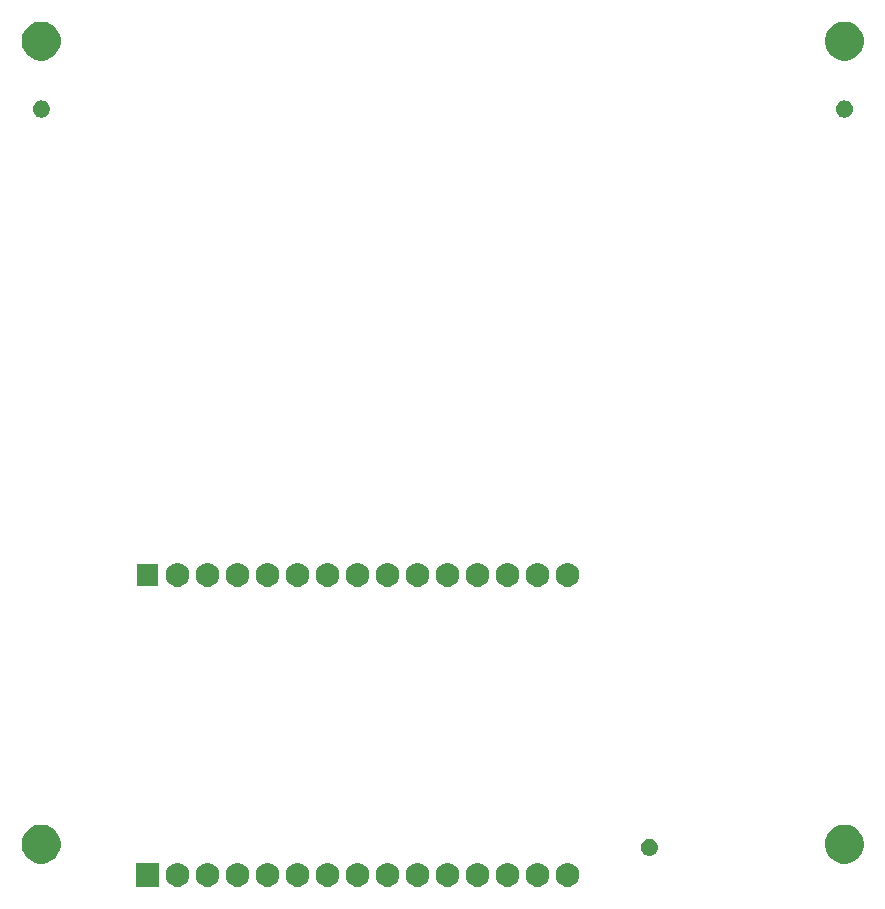
<source format=gbs>
G04 #@! TF.GenerationSoftware,KiCad,Pcbnew,(5.1.6)-1*
G04 #@! TF.CreationDate,2022-02-06T18:42:46-08:00*
G04 #@! TF.ProjectId,MFRC522 PCB ESP32,4d465243-3532-4322-9050-434220455350,rev?*
G04 #@! TF.SameCoordinates,Original*
G04 #@! TF.FileFunction,Soldermask,Bot*
G04 #@! TF.FilePolarity,Negative*
%FSLAX46Y46*%
G04 Gerber Fmt 4.6, Leading zero omitted, Abs format (unit mm)*
G04 Created by KiCad (PCBNEW (5.1.6)-1) date 2022-02-06 18:42:46*
%MOMM*%
%LPD*%
G01*
G04 APERTURE LIST*
%ADD10C,0.100000*%
G04 APERTURE END LIST*
D10*
G36*
X193001000Y-122601000D02*
G01*
X190999000Y-122601000D01*
X190999000Y-120599000D01*
X193001000Y-120599000D01*
X193001000Y-122601000D01*
G37*
G36*
X225215285Y-120618234D02*
G01*
X225311981Y-120637468D01*
X225494151Y-120712926D01*
X225658100Y-120822473D01*
X225797527Y-120961900D01*
X225907074Y-121125849D01*
X225982532Y-121308019D01*
X226021000Y-121501410D01*
X226021000Y-121698590D01*
X225982532Y-121891981D01*
X225907074Y-122074151D01*
X225797527Y-122238100D01*
X225658100Y-122377527D01*
X225494151Y-122487074D01*
X225311981Y-122562532D01*
X225215285Y-122581766D01*
X225118591Y-122601000D01*
X224921409Y-122601000D01*
X224824715Y-122581766D01*
X224728019Y-122562532D01*
X224545849Y-122487074D01*
X224381900Y-122377527D01*
X224242473Y-122238100D01*
X224132926Y-122074151D01*
X224057468Y-121891981D01*
X224019000Y-121698590D01*
X224019000Y-121501410D01*
X224057468Y-121308019D01*
X224132926Y-121125849D01*
X224242473Y-120961900D01*
X224381900Y-120822473D01*
X224545849Y-120712926D01*
X224728019Y-120637468D01*
X224824715Y-120618234D01*
X224921409Y-120599000D01*
X225118591Y-120599000D01*
X225215285Y-120618234D01*
G37*
G36*
X227755285Y-120618234D02*
G01*
X227851981Y-120637468D01*
X228034151Y-120712926D01*
X228198100Y-120822473D01*
X228337527Y-120961900D01*
X228447074Y-121125849D01*
X228522532Y-121308019D01*
X228561000Y-121501410D01*
X228561000Y-121698590D01*
X228522532Y-121891981D01*
X228447074Y-122074151D01*
X228337527Y-122238100D01*
X228198100Y-122377527D01*
X228034151Y-122487074D01*
X227851981Y-122562532D01*
X227755285Y-122581766D01*
X227658591Y-122601000D01*
X227461409Y-122601000D01*
X227364715Y-122581766D01*
X227268019Y-122562532D01*
X227085849Y-122487074D01*
X226921900Y-122377527D01*
X226782473Y-122238100D01*
X226672926Y-122074151D01*
X226597468Y-121891981D01*
X226559000Y-121698590D01*
X226559000Y-121501410D01*
X226597468Y-121308019D01*
X226672926Y-121125849D01*
X226782473Y-120961900D01*
X226921900Y-120822473D01*
X227085849Y-120712926D01*
X227268019Y-120637468D01*
X227364715Y-120618234D01*
X227461409Y-120599000D01*
X227658591Y-120599000D01*
X227755285Y-120618234D01*
G37*
G36*
X222675285Y-120618234D02*
G01*
X222771981Y-120637468D01*
X222954151Y-120712926D01*
X223118100Y-120822473D01*
X223257527Y-120961900D01*
X223367074Y-121125849D01*
X223442532Y-121308019D01*
X223481000Y-121501410D01*
X223481000Y-121698590D01*
X223442532Y-121891981D01*
X223367074Y-122074151D01*
X223257527Y-122238100D01*
X223118100Y-122377527D01*
X222954151Y-122487074D01*
X222771981Y-122562532D01*
X222675285Y-122581766D01*
X222578591Y-122601000D01*
X222381409Y-122601000D01*
X222284715Y-122581766D01*
X222188019Y-122562532D01*
X222005849Y-122487074D01*
X221841900Y-122377527D01*
X221702473Y-122238100D01*
X221592926Y-122074151D01*
X221517468Y-121891981D01*
X221479000Y-121698590D01*
X221479000Y-121501410D01*
X221517468Y-121308019D01*
X221592926Y-121125849D01*
X221702473Y-120961900D01*
X221841900Y-120822473D01*
X222005849Y-120712926D01*
X222188019Y-120637468D01*
X222284715Y-120618234D01*
X222381409Y-120599000D01*
X222578591Y-120599000D01*
X222675285Y-120618234D01*
G37*
G36*
X220135285Y-120618234D02*
G01*
X220231981Y-120637468D01*
X220414151Y-120712926D01*
X220578100Y-120822473D01*
X220717527Y-120961900D01*
X220827074Y-121125849D01*
X220902532Y-121308019D01*
X220941000Y-121501410D01*
X220941000Y-121698590D01*
X220902532Y-121891981D01*
X220827074Y-122074151D01*
X220717527Y-122238100D01*
X220578100Y-122377527D01*
X220414151Y-122487074D01*
X220231981Y-122562532D01*
X220135285Y-122581766D01*
X220038591Y-122601000D01*
X219841409Y-122601000D01*
X219744715Y-122581766D01*
X219648019Y-122562532D01*
X219465849Y-122487074D01*
X219301900Y-122377527D01*
X219162473Y-122238100D01*
X219052926Y-122074151D01*
X218977468Y-121891981D01*
X218939000Y-121698590D01*
X218939000Y-121501410D01*
X218977468Y-121308019D01*
X219052926Y-121125849D01*
X219162473Y-120961900D01*
X219301900Y-120822473D01*
X219465849Y-120712926D01*
X219648019Y-120637468D01*
X219744715Y-120618234D01*
X219841409Y-120599000D01*
X220038591Y-120599000D01*
X220135285Y-120618234D01*
G37*
G36*
X217595285Y-120618234D02*
G01*
X217691981Y-120637468D01*
X217874151Y-120712926D01*
X218038100Y-120822473D01*
X218177527Y-120961900D01*
X218287074Y-121125849D01*
X218362532Y-121308019D01*
X218401000Y-121501410D01*
X218401000Y-121698590D01*
X218362532Y-121891981D01*
X218287074Y-122074151D01*
X218177527Y-122238100D01*
X218038100Y-122377527D01*
X217874151Y-122487074D01*
X217691981Y-122562532D01*
X217595285Y-122581766D01*
X217498591Y-122601000D01*
X217301409Y-122601000D01*
X217204715Y-122581766D01*
X217108019Y-122562532D01*
X216925849Y-122487074D01*
X216761900Y-122377527D01*
X216622473Y-122238100D01*
X216512926Y-122074151D01*
X216437468Y-121891981D01*
X216399000Y-121698590D01*
X216399000Y-121501410D01*
X216437468Y-121308019D01*
X216512926Y-121125849D01*
X216622473Y-120961900D01*
X216761900Y-120822473D01*
X216925849Y-120712926D01*
X217108019Y-120637468D01*
X217204715Y-120618234D01*
X217301409Y-120599000D01*
X217498591Y-120599000D01*
X217595285Y-120618234D01*
G37*
G36*
X215055285Y-120618234D02*
G01*
X215151981Y-120637468D01*
X215334151Y-120712926D01*
X215498100Y-120822473D01*
X215637527Y-120961900D01*
X215747074Y-121125849D01*
X215822532Y-121308019D01*
X215861000Y-121501410D01*
X215861000Y-121698590D01*
X215822532Y-121891981D01*
X215747074Y-122074151D01*
X215637527Y-122238100D01*
X215498100Y-122377527D01*
X215334151Y-122487074D01*
X215151981Y-122562532D01*
X215055285Y-122581766D01*
X214958591Y-122601000D01*
X214761409Y-122601000D01*
X214664715Y-122581766D01*
X214568019Y-122562532D01*
X214385849Y-122487074D01*
X214221900Y-122377527D01*
X214082473Y-122238100D01*
X213972926Y-122074151D01*
X213897468Y-121891981D01*
X213859000Y-121698590D01*
X213859000Y-121501410D01*
X213897468Y-121308019D01*
X213972926Y-121125849D01*
X214082473Y-120961900D01*
X214221900Y-120822473D01*
X214385849Y-120712926D01*
X214568019Y-120637468D01*
X214664715Y-120618234D01*
X214761409Y-120599000D01*
X214958591Y-120599000D01*
X215055285Y-120618234D01*
G37*
G36*
X212515285Y-120618234D02*
G01*
X212611981Y-120637468D01*
X212794151Y-120712926D01*
X212958100Y-120822473D01*
X213097527Y-120961900D01*
X213207074Y-121125849D01*
X213282532Y-121308019D01*
X213321000Y-121501410D01*
X213321000Y-121698590D01*
X213282532Y-121891981D01*
X213207074Y-122074151D01*
X213097527Y-122238100D01*
X212958100Y-122377527D01*
X212794151Y-122487074D01*
X212611981Y-122562532D01*
X212515285Y-122581766D01*
X212418591Y-122601000D01*
X212221409Y-122601000D01*
X212124715Y-122581766D01*
X212028019Y-122562532D01*
X211845849Y-122487074D01*
X211681900Y-122377527D01*
X211542473Y-122238100D01*
X211432926Y-122074151D01*
X211357468Y-121891981D01*
X211319000Y-121698590D01*
X211319000Y-121501410D01*
X211357468Y-121308019D01*
X211432926Y-121125849D01*
X211542473Y-120961900D01*
X211681900Y-120822473D01*
X211845849Y-120712926D01*
X212028019Y-120637468D01*
X212124715Y-120618234D01*
X212221409Y-120599000D01*
X212418591Y-120599000D01*
X212515285Y-120618234D01*
G37*
G36*
X207435285Y-120618234D02*
G01*
X207531981Y-120637468D01*
X207714151Y-120712926D01*
X207878100Y-120822473D01*
X208017527Y-120961900D01*
X208127074Y-121125849D01*
X208202532Y-121308019D01*
X208241000Y-121501410D01*
X208241000Y-121698590D01*
X208202532Y-121891981D01*
X208127074Y-122074151D01*
X208017527Y-122238100D01*
X207878100Y-122377527D01*
X207714151Y-122487074D01*
X207531981Y-122562532D01*
X207435285Y-122581766D01*
X207338591Y-122601000D01*
X207141409Y-122601000D01*
X207044715Y-122581766D01*
X206948019Y-122562532D01*
X206765849Y-122487074D01*
X206601900Y-122377527D01*
X206462473Y-122238100D01*
X206352926Y-122074151D01*
X206277468Y-121891981D01*
X206239000Y-121698590D01*
X206239000Y-121501410D01*
X206277468Y-121308019D01*
X206352926Y-121125849D01*
X206462473Y-120961900D01*
X206601900Y-120822473D01*
X206765849Y-120712926D01*
X206948019Y-120637468D01*
X207044715Y-120618234D01*
X207141409Y-120599000D01*
X207338591Y-120599000D01*
X207435285Y-120618234D01*
G37*
G36*
X204895285Y-120618234D02*
G01*
X204991981Y-120637468D01*
X205174151Y-120712926D01*
X205338100Y-120822473D01*
X205477527Y-120961900D01*
X205587074Y-121125849D01*
X205662532Y-121308019D01*
X205701000Y-121501410D01*
X205701000Y-121698590D01*
X205662532Y-121891981D01*
X205587074Y-122074151D01*
X205477527Y-122238100D01*
X205338100Y-122377527D01*
X205174151Y-122487074D01*
X204991981Y-122562532D01*
X204895285Y-122581766D01*
X204798591Y-122601000D01*
X204601409Y-122601000D01*
X204504715Y-122581766D01*
X204408019Y-122562532D01*
X204225849Y-122487074D01*
X204061900Y-122377527D01*
X203922473Y-122238100D01*
X203812926Y-122074151D01*
X203737468Y-121891981D01*
X203699000Y-121698590D01*
X203699000Y-121501410D01*
X203737468Y-121308019D01*
X203812926Y-121125849D01*
X203922473Y-120961900D01*
X204061900Y-120822473D01*
X204225849Y-120712926D01*
X204408019Y-120637468D01*
X204504715Y-120618234D01*
X204601409Y-120599000D01*
X204798591Y-120599000D01*
X204895285Y-120618234D01*
G37*
G36*
X202355285Y-120618234D02*
G01*
X202451981Y-120637468D01*
X202634151Y-120712926D01*
X202798100Y-120822473D01*
X202937527Y-120961900D01*
X203047074Y-121125849D01*
X203122532Y-121308019D01*
X203161000Y-121501410D01*
X203161000Y-121698590D01*
X203122532Y-121891981D01*
X203047074Y-122074151D01*
X202937527Y-122238100D01*
X202798100Y-122377527D01*
X202634151Y-122487074D01*
X202451981Y-122562532D01*
X202355285Y-122581766D01*
X202258591Y-122601000D01*
X202061409Y-122601000D01*
X201964715Y-122581766D01*
X201868019Y-122562532D01*
X201685849Y-122487074D01*
X201521900Y-122377527D01*
X201382473Y-122238100D01*
X201272926Y-122074151D01*
X201197468Y-121891981D01*
X201159000Y-121698590D01*
X201159000Y-121501410D01*
X201197468Y-121308019D01*
X201272926Y-121125849D01*
X201382473Y-120961900D01*
X201521900Y-120822473D01*
X201685849Y-120712926D01*
X201868019Y-120637468D01*
X201964715Y-120618234D01*
X202061409Y-120599000D01*
X202258591Y-120599000D01*
X202355285Y-120618234D01*
G37*
G36*
X199815285Y-120618234D02*
G01*
X199911981Y-120637468D01*
X200094151Y-120712926D01*
X200258100Y-120822473D01*
X200397527Y-120961900D01*
X200507074Y-121125849D01*
X200582532Y-121308019D01*
X200621000Y-121501410D01*
X200621000Y-121698590D01*
X200582532Y-121891981D01*
X200507074Y-122074151D01*
X200397527Y-122238100D01*
X200258100Y-122377527D01*
X200094151Y-122487074D01*
X199911981Y-122562532D01*
X199815285Y-122581766D01*
X199718591Y-122601000D01*
X199521409Y-122601000D01*
X199424715Y-122581766D01*
X199328019Y-122562532D01*
X199145849Y-122487074D01*
X198981900Y-122377527D01*
X198842473Y-122238100D01*
X198732926Y-122074151D01*
X198657468Y-121891981D01*
X198619000Y-121698590D01*
X198619000Y-121501410D01*
X198657468Y-121308019D01*
X198732926Y-121125849D01*
X198842473Y-120961900D01*
X198981900Y-120822473D01*
X199145849Y-120712926D01*
X199328019Y-120637468D01*
X199424715Y-120618234D01*
X199521409Y-120599000D01*
X199718591Y-120599000D01*
X199815285Y-120618234D01*
G37*
G36*
X197275285Y-120618234D02*
G01*
X197371981Y-120637468D01*
X197554151Y-120712926D01*
X197718100Y-120822473D01*
X197857527Y-120961900D01*
X197967074Y-121125849D01*
X198042532Y-121308019D01*
X198081000Y-121501410D01*
X198081000Y-121698590D01*
X198042532Y-121891981D01*
X197967074Y-122074151D01*
X197857527Y-122238100D01*
X197718100Y-122377527D01*
X197554151Y-122487074D01*
X197371981Y-122562532D01*
X197275285Y-122581766D01*
X197178591Y-122601000D01*
X196981409Y-122601000D01*
X196884715Y-122581766D01*
X196788019Y-122562532D01*
X196605849Y-122487074D01*
X196441900Y-122377527D01*
X196302473Y-122238100D01*
X196192926Y-122074151D01*
X196117468Y-121891981D01*
X196079000Y-121698590D01*
X196079000Y-121501410D01*
X196117468Y-121308019D01*
X196192926Y-121125849D01*
X196302473Y-120961900D01*
X196441900Y-120822473D01*
X196605849Y-120712926D01*
X196788019Y-120637468D01*
X196884715Y-120618234D01*
X196981409Y-120599000D01*
X197178591Y-120599000D01*
X197275285Y-120618234D01*
G37*
G36*
X194735285Y-120618234D02*
G01*
X194831981Y-120637468D01*
X195014151Y-120712926D01*
X195178100Y-120822473D01*
X195317527Y-120961900D01*
X195427074Y-121125849D01*
X195502532Y-121308019D01*
X195541000Y-121501410D01*
X195541000Y-121698590D01*
X195502532Y-121891981D01*
X195427074Y-122074151D01*
X195317527Y-122238100D01*
X195178100Y-122377527D01*
X195014151Y-122487074D01*
X194831981Y-122562532D01*
X194735285Y-122581766D01*
X194638591Y-122601000D01*
X194441409Y-122601000D01*
X194344715Y-122581766D01*
X194248019Y-122562532D01*
X194065849Y-122487074D01*
X193901900Y-122377527D01*
X193762473Y-122238100D01*
X193652926Y-122074151D01*
X193577468Y-121891981D01*
X193539000Y-121698590D01*
X193539000Y-121501410D01*
X193577468Y-121308019D01*
X193652926Y-121125849D01*
X193762473Y-120961900D01*
X193901900Y-120822473D01*
X194065849Y-120712926D01*
X194248019Y-120637468D01*
X194344715Y-120618234D01*
X194441409Y-120599000D01*
X194638591Y-120599000D01*
X194735285Y-120618234D01*
G37*
G36*
X209975285Y-120618234D02*
G01*
X210071981Y-120637468D01*
X210254151Y-120712926D01*
X210418100Y-120822473D01*
X210557527Y-120961900D01*
X210667074Y-121125849D01*
X210742532Y-121308019D01*
X210781000Y-121501410D01*
X210781000Y-121698590D01*
X210742532Y-121891981D01*
X210667074Y-122074151D01*
X210557527Y-122238100D01*
X210418100Y-122377527D01*
X210254151Y-122487074D01*
X210071981Y-122562532D01*
X209975285Y-122581766D01*
X209878591Y-122601000D01*
X209681409Y-122601000D01*
X209584715Y-122581766D01*
X209488019Y-122562532D01*
X209305849Y-122487074D01*
X209141900Y-122377527D01*
X209002473Y-122238100D01*
X208892926Y-122074151D01*
X208817468Y-121891981D01*
X208779000Y-121698590D01*
X208779000Y-121501410D01*
X208817468Y-121308019D01*
X208892926Y-121125849D01*
X209002473Y-120961900D01*
X209141900Y-120822473D01*
X209305849Y-120712926D01*
X209488019Y-120637468D01*
X209584715Y-120618234D01*
X209681409Y-120599000D01*
X209878591Y-120599000D01*
X209975285Y-120618234D01*
G37*
G36*
X183375256Y-117391298D02*
G01*
X183481579Y-117412447D01*
X183782042Y-117536903D01*
X184052451Y-117717585D01*
X184282415Y-117947549D01*
X184463097Y-118217958D01*
X184587553Y-118518421D01*
X184594595Y-118553823D01*
X184641271Y-118788477D01*
X184651000Y-118837391D01*
X184651000Y-119162609D01*
X184587553Y-119481579D01*
X184463097Y-119782042D01*
X184282415Y-120052451D01*
X184052451Y-120282415D01*
X183782042Y-120463097D01*
X183481579Y-120587553D01*
X183424031Y-120599000D01*
X183162611Y-120651000D01*
X182837389Y-120651000D01*
X182575969Y-120599000D01*
X182518421Y-120587553D01*
X182217958Y-120463097D01*
X181947549Y-120282415D01*
X181717585Y-120052451D01*
X181536903Y-119782042D01*
X181412447Y-119481579D01*
X181349000Y-119162609D01*
X181349000Y-118837391D01*
X181358730Y-118788477D01*
X181405405Y-118553823D01*
X181412447Y-118518421D01*
X181536903Y-118217958D01*
X181717585Y-117947549D01*
X181947549Y-117717585D01*
X182217958Y-117536903D01*
X182518421Y-117412447D01*
X182624744Y-117391298D01*
X182837389Y-117349000D01*
X183162611Y-117349000D01*
X183375256Y-117391298D01*
G37*
G36*
X251375256Y-117391298D02*
G01*
X251481579Y-117412447D01*
X251782042Y-117536903D01*
X252052451Y-117717585D01*
X252282415Y-117947549D01*
X252463097Y-118217958D01*
X252587553Y-118518421D01*
X252594595Y-118553823D01*
X252641271Y-118788477D01*
X252651000Y-118837391D01*
X252651000Y-119162609D01*
X252587553Y-119481579D01*
X252463097Y-119782042D01*
X252282415Y-120052451D01*
X252052451Y-120282415D01*
X251782042Y-120463097D01*
X251481579Y-120587553D01*
X251424031Y-120599000D01*
X251162611Y-120651000D01*
X250837389Y-120651000D01*
X250575969Y-120599000D01*
X250518421Y-120587553D01*
X250217958Y-120463097D01*
X249947549Y-120282415D01*
X249717585Y-120052451D01*
X249536903Y-119782042D01*
X249412447Y-119481579D01*
X249349000Y-119162609D01*
X249349000Y-118837391D01*
X249358730Y-118788477D01*
X249405405Y-118553823D01*
X249412447Y-118518421D01*
X249536903Y-118217958D01*
X249717585Y-117947549D01*
X249947549Y-117717585D01*
X250217958Y-117536903D01*
X250518421Y-117412447D01*
X250624744Y-117391298D01*
X250837389Y-117349000D01*
X251162611Y-117349000D01*
X251375256Y-117391298D01*
G37*
G36*
X234641246Y-118539912D02*
G01*
X234711183Y-118553823D01*
X234765759Y-118576429D01*
X234842942Y-118608399D01*
X234961522Y-118687632D01*
X235062368Y-118788478D01*
X235141601Y-118907058D01*
X235173571Y-118984241D01*
X235196177Y-119038817D01*
X235224000Y-119178692D01*
X235224000Y-119321308D01*
X235196177Y-119461183D01*
X235173571Y-119515759D01*
X235141601Y-119592942D01*
X235062368Y-119711522D01*
X234961522Y-119812368D01*
X234842942Y-119891601D01*
X234765759Y-119923571D01*
X234711183Y-119946177D01*
X234641245Y-119960089D01*
X234571309Y-119974000D01*
X234428691Y-119974000D01*
X234358755Y-119960089D01*
X234288817Y-119946177D01*
X234234241Y-119923571D01*
X234157058Y-119891601D01*
X234038478Y-119812368D01*
X233937632Y-119711522D01*
X233858399Y-119592942D01*
X233826429Y-119515759D01*
X233803823Y-119461183D01*
X233776000Y-119321308D01*
X233776000Y-119178692D01*
X233803823Y-119038817D01*
X233826429Y-118984241D01*
X233858399Y-118907058D01*
X233937632Y-118788478D01*
X234038478Y-118687632D01*
X234157058Y-118608399D01*
X234234241Y-118576429D01*
X234288817Y-118553823D01*
X234358754Y-118539912D01*
X234428691Y-118526000D01*
X234571309Y-118526000D01*
X234641246Y-118539912D01*
G37*
G36*
X222771981Y-95237468D02*
G01*
X222954151Y-95312926D01*
X223118100Y-95422473D01*
X223257527Y-95561900D01*
X223367074Y-95725849D01*
X223442532Y-95908019D01*
X223481000Y-96101410D01*
X223481000Y-96298590D01*
X223442532Y-96491981D01*
X223367074Y-96674151D01*
X223257527Y-96838100D01*
X223118100Y-96977527D01*
X222954151Y-97087074D01*
X222771981Y-97162532D01*
X222675285Y-97181766D01*
X222578591Y-97201000D01*
X222381409Y-97201000D01*
X222284715Y-97181766D01*
X222188019Y-97162532D01*
X222005849Y-97087074D01*
X221841900Y-96977527D01*
X221702473Y-96838100D01*
X221592926Y-96674151D01*
X221517468Y-96491981D01*
X221479000Y-96298590D01*
X221479000Y-96101410D01*
X221517468Y-95908019D01*
X221592926Y-95725849D01*
X221702473Y-95561900D01*
X221841900Y-95422473D01*
X222005849Y-95312926D01*
X222188019Y-95237468D01*
X222381409Y-95199000D01*
X222578591Y-95199000D01*
X222771981Y-95237468D01*
G37*
G36*
X220231981Y-95237468D02*
G01*
X220414151Y-95312926D01*
X220578100Y-95422473D01*
X220717527Y-95561900D01*
X220827074Y-95725849D01*
X220902532Y-95908019D01*
X220941000Y-96101410D01*
X220941000Y-96298590D01*
X220902532Y-96491981D01*
X220827074Y-96674151D01*
X220717527Y-96838100D01*
X220578100Y-96977527D01*
X220414151Y-97087074D01*
X220231981Y-97162532D01*
X220135285Y-97181766D01*
X220038591Y-97201000D01*
X219841409Y-97201000D01*
X219744715Y-97181766D01*
X219648019Y-97162532D01*
X219465849Y-97087074D01*
X219301900Y-96977527D01*
X219162473Y-96838100D01*
X219052926Y-96674151D01*
X218977468Y-96491981D01*
X218939000Y-96298590D01*
X218939000Y-96101410D01*
X218977468Y-95908019D01*
X219052926Y-95725849D01*
X219162473Y-95561900D01*
X219301900Y-95422473D01*
X219465849Y-95312926D01*
X219648019Y-95237468D01*
X219841409Y-95199000D01*
X220038591Y-95199000D01*
X220231981Y-95237468D01*
G37*
G36*
X217691981Y-95237468D02*
G01*
X217874151Y-95312926D01*
X218038100Y-95422473D01*
X218177527Y-95561900D01*
X218287074Y-95725849D01*
X218362532Y-95908019D01*
X218401000Y-96101410D01*
X218401000Y-96298590D01*
X218362532Y-96491981D01*
X218287074Y-96674151D01*
X218177527Y-96838100D01*
X218038100Y-96977527D01*
X217874151Y-97087074D01*
X217691981Y-97162532D01*
X217595285Y-97181766D01*
X217498591Y-97201000D01*
X217301409Y-97201000D01*
X217204715Y-97181766D01*
X217108019Y-97162532D01*
X216925849Y-97087074D01*
X216761900Y-96977527D01*
X216622473Y-96838100D01*
X216512926Y-96674151D01*
X216437468Y-96491981D01*
X216399000Y-96298590D01*
X216399000Y-96101410D01*
X216437468Y-95908019D01*
X216512926Y-95725849D01*
X216622473Y-95561900D01*
X216761900Y-95422473D01*
X216925849Y-95312926D01*
X217108019Y-95237468D01*
X217301409Y-95199000D01*
X217498591Y-95199000D01*
X217691981Y-95237468D01*
G37*
G36*
X215151981Y-95237468D02*
G01*
X215334151Y-95312926D01*
X215498100Y-95422473D01*
X215637527Y-95561900D01*
X215747074Y-95725849D01*
X215822532Y-95908019D01*
X215861000Y-96101410D01*
X215861000Y-96298590D01*
X215822532Y-96491981D01*
X215747074Y-96674151D01*
X215637527Y-96838100D01*
X215498100Y-96977527D01*
X215334151Y-97087074D01*
X215151981Y-97162532D01*
X215055285Y-97181766D01*
X214958591Y-97201000D01*
X214761409Y-97201000D01*
X214664715Y-97181766D01*
X214568019Y-97162532D01*
X214385849Y-97087074D01*
X214221900Y-96977527D01*
X214082473Y-96838100D01*
X213972926Y-96674151D01*
X213897468Y-96491981D01*
X213859000Y-96298590D01*
X213859000Y-96101410D01*
X213897468Y-95908019D01*
X213972926Y-95725849D01*
X214082473Y-95561900D01*
X214221900Y-95422473D01*
X214385849Y-95312926D01*
X214568019Y-95237468D01*
X214761409Y-95199000D01*
X214958591Y-95199000D01*
X215151981Y-95237468D01*
G37*
G36*
X212611981Y-95237468D02*
G01*
X212794151Y-95312926D01*
X212958100Y-95422473D01*
X213097527Y-95561900D01*
X213207074Y-95725849D01*
X213282532Y-95908019D01*
X213321000Y-96101410D01*
X213321000Y-96298590D01*
X213282532Y-96491981D01*
X213207074Y-96674151D01*
X213097527Y-96838100D01*
X212958100Y-96977527D01*
X212794151Y-97087074D01*
X212611981Y-97162532D01*
X212515285Y-97181766D01*
X212418591Y-97201000D01*
X212221409Y-97201000D01*
X212124715Y-97181766D01*
X212028019Y-97162532D01*
X211845849Y-97087074D01*
X211681900Y-96977527D01*
X211542473Y-96838100D01*
X211432926Y-96674151D01*
X211357468Y-96491981D01*
X211319000Y-96298590D01*
X211319000Y-96101410D01*
X211357468Y-95908019D01*
X211432926Y-95725849D01*
X211542473Y-95561900D01*
X211681900Y-95422473D01*
X211845849Y-95312926D01*
X212028019Y-95237468D01*
X212221409Y-95199000D01*
X212418591Y-95199000D01*
X212611981Y-95237468D01*
G37*
G36*
X210071981Y-95237468D02*
G01*
X210254151Y-95312926D01*
X210418100Y-95422473D01*
X210557527Y-95561900D01*
X210667074Y-95725849D01*
X210742532Y-95908019D01*
X210781000Y-96101410D01*
X210781000Y-96298590D01*
X210742532Y-96491981D01*
X210667074Y-96674151D01*
X210557527Y-96838100D01*
X210418100Y-96977527D01*
X210254151Y-97087074D01*
X210071981Y-97162532D01*
X209975285Y-97181766D01*
X209878591Y-97201000D01*
X209681409Y-97201000D01*
X209584715Y-97181766D01*
X209488019Y-97162532D01*
X209305849Y-97087074D01*
X209141900Y-96977527D01*
X209002473Y-96838100D01*
X208892926Y-96674151D01*
X208817468Y-96491981D01*
X208779000Y-96298590D01*
X208779000Y-96101410D01*
X208817468Y-95908019D01*
X208892926Y-95725849D01*
X209002473Y-95561900D01*
X209141900Y-95422473D01*
X209305849Y-95312926D01*
X209488019Y-95237468D01*
X209681409Y-95199000D01*
X209878591Y-95199000D01*
X210071981Y-95237468D01*
G37*
G36*
X207531981Y-95237468D02*
G01*
X207714151Y-95312926D01*
X207878100Y-95422473D01*
X208017527Y-95561900D01*
X208127074Y-95725849D01*
X208202532Y-95908019D01*
X208241000Y-96101410D01*
X208241000Y-96298590D01*
X208202532Y-96491981D01*
X208127074Y-96674151D01*
X208017527Y-96838100D01*
X207878100Y-96977527D01*
X207714151Y-97087074D01*
X207531981Y-97162532D01*
X207435285Y-97181766D01*
X207338591Y-97201000D01*
X207141409Y-97201000D01*
X207044715Y-97181766D01*
X206948019Y-97162532D01*
X206765849Y-97087074D01*
X206601900Y-96977527D01*
X206462473Y-96838100D01*
X206352926Y-96674151D01*
X206277468Y-96491981D01*
X206239000Y-96298590D01*
X206239000Y-96101410D01*
X206277468Y-95908019D01*
X206352926Y-95725849D01*
X206462473Y-95561900D01*
X206601900Y-95422473D01*
X206765849Y-95312926D01*
X206948019Y-95237468D01*
X207141409Y-95199000D01*
X207338591Y-95199000D01*
X207531981Y-95237468D01*
G37*
G36*
X204991981Y-95237468D02*
G01*
X205174151Y-95312926D01*
X205338100Y-95422473D01*
X205477527Y-95561900D01*
X205587074Y-95725849D01*
X205662532Y-95908019D01*
X205701000Y-96101410D01*
X205701000Y-96298590D01*
X205662532Y-96491981D01*
X205587074Y-96674151D01*
X205477527Y-96838100D01*
X205338100Y-96977527D01*
X205174151Y-97087074D01*
X204991981Y-97162532D01*
X204895285Y-97181766D01*
X204798591Y-97201000D01*
X204601409Y-97201000D01*
X204504715Y-97181766D01*
X204408019Y-97162532D01*
X204225849Y-97087074D01*
X204061900Y-96977527D01*
X203922473Y-96838100D01*
X203812926Y-96674151D01*
X203737468Y-96491981D01*
X203699000Y-96298590D01*
X203699000Y-96101410D01*
X203737468Y-95908019D01*
X203812926Y-95725849D01*
X203922473Y-95561900D01*
X204061900Y-95422473D01*
X204225849Y-95312926D01*
X204408019Y-95237468D01*
X204601409Y-95199000D01*
X204798591Y-95199000D01*
X204991981Y-95237468D01*
G37*
G36*
X202451981Y-95237468D02*
G01*
X202634151Y-95312926D01*
X202798100Y-95422473D01*
X202937527Y-95561900D01*
X203047074Y-95725849D01*
X203122532Y-95908019D01*
X203161000Y-96101410D01*
X203161000Y-96298590D01*
X203122532Y-96491981D01*
X203047074Y-96674151D01*
X202937527Y-96838100D01*
X202798100Y-96977527D01*
X202634151Y-97087074D01*
X202451981Y-97162532D01*
X202355285Y-97181766D01*
X202258591Y-97201000D01*
X202061409Y-97201000D01*
X201964715Y-97181766D01*
X201868019Y-97162532D01*
X201685849Y-97087074D01*
X201521900Y-96977527D01*
X201382473Y-96838100D01*
X201272926Y-96674151D01*
X201197468Y-96491981D01*
X201159000Y-96298590D01*
X201159000Y-96101410D01*
X201197468Y-95908019D01*
X201272926Y-95725849D01*
X201382473Y-95561900D01*
X201521900Y-95422473D01*
X201685849Y-95312926D01*
X201868019Y-95237468D01*
X202061409Y-95199000D01*
X202258591Y-95199000D01*
X202451981Y-95237468D01*
G37*
G36*
X199911981Y-95237468D02*
G01*
X200094151Y-95312926D01*
X200258100Y-95422473D01*
X200397527Y-95561900D01*
X200507074Y-95725849D01*
X200582532Y-95908019D01*
X200621000Y-96101410D01*
X200621000Y-96298590D01*
X200582532Y-96491981D01*
X200507074Y-96674151D01*
X200397527Y-96838100D01*
X200258100Y-96977527D01*
X200094151Y-97087074D01*
X199911981Y-97162532D01*
X199815285Y-97181766D01*
X199718591Y-97201000D01*
X199521409Y-97201000D01*
X199424715Y-97181766D01*
X199328019Y-97162532D01*
X199145849Y-97087074D01*
X198981900Y-96977527D01*
X198842473Y-96838100D01*
X198732926Y-96674151D01*
X198657468Y-96491981D01*
X198619000Y-96298590D01*
X198619000Y-96101410D01*
X198657468Y-95908019D01*
X198732926Y-95725849D01*
X198842473Y-95561900D01*
X198981900Y-95422473D01*
X199145849Y-95312926D01*
X199328019Y-95237468D01*
X199521409Y-95199000D01*
X199718591Y-95199000D01*
X199911981Y-95237468D01*
G37*
G36*
X197371981Y-95237468D02*
G01*
X197554151Y-95312926D01*
X197718100Y-95422473D01*
X197857527Y-95561900D01*
X197967074Y-95725849D01*
X198042532Y-95908019D01*
X198081000Y-96101410D01*
X198081000Y-96298590D01*
X198042532Y-96491981D01*
X197967074Y-96674151D01*
X197857527Y-96838100D01*
X197718100Y-96977527D01*
X197554151Y-97087074D01*
X197371981Y-97162532D01*
X197275285Y-97181766D01*
X197178591Y-97201000D01*
X196981409Y-97201000D01*
X196884715Y-97181766D01*
X196788019Y-97162532D01*
X196605849Y-97087074D01*
X196441900Y-96977527D01*
X196302473Y-96838100D01*
X196192926Y-96674151D01*
X196117468Y-96491981D01*
X196079000Y-96298590D01*
X196079000Y-96101410D01*
X196117468Y-95908019D01*
X196192926Y-95725849D01*
X196302473Y-95561900D01*
X196441900Y-95422473D01*
X196605849Y-95312926D01*
X196788019Y-95237468D01*
X196981409Y-95199000D01*
X197178591Y-95199000D01*
X197371981Y-95237468D01*
G37*
G36*
X194831981Y-95237468D02*
G01*
X195014151Y-95312926D01*
X195178100Y-95422473D01*
X195317527Y-95561900D01*
X195427074Y-95725849D01*
X195502532Y-95908019D01*
X195541000Y-96101410D01*
X195541000Y-96298590D01*
X195502532Y-96491981D01*
X195427074Y-96674151D01*
X195317527Y-96838100D01*
X195178100Y-96977527D01*
X195014151Y-97087074D01*
X194831981Y-97162532D01*
X194735285Y-97181766D01*
X194638591Y-97201000D01*
X194441409Y-97201000D01*
X194344715Y-97181766D01*
X194248019Y-97162532D01*
X194065849Y-97087074D01*
X193901900Y-96977527D01*
X193762473Y-96838100D01*
X193652926Y-96674151D01*
X193577468Y-96491981D01*
X193539000Y-96298590D01*
X193539000Y-96101410D01*
X193577468Y-95908019D01*
X193652926Y-95725849D01*
X193762473Y-95561900D01*
X193901900Y-95422473D01*
X194065849Y-95312926D01*
X194248019Y-95237468D01*
X194441409Y-95199000D01*
X194638591Y-95199000D01*
X194831981Y-95237468D01*
G37*
G36*
X225311981Y-95237468D02*
G01*
X225494151Y-95312926D01*
X225658100Y-95422473D01*
X225797527Y-95561900D01*
X225907074Y-95725849D01*
X225982532Y-95908019D01*
X226021000Y-96101410D01*
X226021000Y-96298590D01*
X225982532Y-96491981D01*
X225907074Y-96674151D01*
X225797527Y-96838100D01*
X225658100Y-96977527D01*
X225494151Y-97087074D01*
X225311981Y-97162532D01*
X225215285Y-97181766D01*
X225118591Y-97201000D01*
X224921409Y-97201000D01*
X224824715Y-97181766D01*
X224728019Y-97162532D01*
X224545849Y-97087074D01*
X224381900Y-96977527D01*
X224242473Y-96838100D01*
X224132926Y-96674151D01*
X224057468Y-96491981D01*
X224019000Y-96298590D01*
X224019000Y-96101410D01*
X224057468Y-95908019D01*
X224132926Y-95725849D01*
X224242473Y-95561900D01*
X224381900Y-95422473D01*
X224545849Y-95312926D01*
X224728019Y-95237468D01*
X224921409Y-95199000D01*
X225118591Y-95199000D01*
X225311981Y-95237468D01*
G37*
G36*
X227851981Y-95237468D02*
G01*
X228034151Y-95312926D01*
X228198100Y-95422473D01*
X228337527Y-95561900D01*
X228447074Y-95725849D01*
X228522532Y-95908019D01*
X228561000Y-96101410D01*
X228561000Y-96298590D01*
X228522532Y-96491981D01*
X228447074Y-96674151D01*
X228337527Y-96838100D01*
X228198100Y-96977527D01*
X228034151Y-97087074D01*
X227851981Y-97162532D01*
X227755285Y-97181766D01*
X227658591Y-97201000D01*
X227461409Y-97201000D01*
X227364715Y-97181766D01*
X227268019Y-97162532D01*
X227085849Y-97087074D01*
X226921900Y-96977527D01*
X226782473Y-96838100D01*
X226672926Y-96674151D01*
X226597468Y-96491981D01*
X226559000Y-96298590D01*
X226559000Y-96101410D01*
X226597468Y-95908019D01*
X226672926Y-95725849D01*
X226782473Y-95561900D01*
X226921900Y-95422473D01*
X227085849Y-95312926D01*
X227268019Y-95237468D01*
X227461409Y-95199000D01*
X227658591Y-95199000D01*
X227851981Y-95237468D01*
G37*
G36*
X192901000Y-97101000D02*
G01*
X191099000Y-97101000D01*
X191099000Y-95299000D01*
X192901000Y-95299000D01*
X192901000Y-97101000D01*
G37*
G36*
X251141245Y-56039911D02*
G01*
X251211183Y-56053823D01*
X251265759Y-56076429D01*
X251342942Y-56108399D01*
X251461522Y-56187632D01*
X251562368Y-56288478D01*
X251641601Y-56407058D01*
X251696177Y-56538818D01*
X251724000Y-56678691D01*
X251724000Y-56821309D01*
X251696177Y-56961182D01*
X251641601Y-57092942D01*
X251562368Y-57211522D01*
X251461522Y-57312368D01*
X251342942Y-57391601D01*
X251265759Y-57423571D01*
X251211183Y-57446177D01*
X251141245Y-57460089D01*
X251071309Y-57474000D01*
X250928691Y-57474000D01*
X250858755Y-57460089D01*
X250788817Y-57446177D01*
X250734241Y-57423571D01*
X250657058Y-57391601D01*
X250538478Y-57312368D01*
X250437632Y-57211522D01*
X250358399Y-57092942D01*
X250303823Y-56961182D01*
X250276000Y-56821309D01*
X250276000Y-56678691D01*
X250303823Y-56538818D01*
X250358399Y-56407058D01*
X250437632Y-56288478D01*
X250538478Y-56187632D01*
X250657058Y-56108399D01*
X250734241Y-56076429D01*
X250788817Y-56053823D01*
X250858755Y-56039911D01*
X250928691Y-56026000D01*
X251071309Y-56026000D01*
X251141245Y-56039911D01*
G37*
G36*
X183141245Y-56039911D02*
G01*
X183211183Y-56053823D01*
X183265759Y-56076429D01*
X183342942Y-56108399D01*
X183461522Y-56187632D01*
X183562368Y-56288478D01*
X183641601Y-56407058D01*
X183696177Y-56538818D01*
X183724000Y-56678691D01*
X183724000Y-56821309D01*
X183696177Y-56961182D01*
X183641601Y-57092942D01*
X183562368Y-57211522D01*
X183461522Y-57312368D01*
X183342942Y-57391601D01*
X183265759Y-57423571D01*
X183211183Y-57446177D01*
X183141245Y-57460089D01*
X183071309Y-57474000D01*
X182928691Y-57474000D01*
X182858755Y-57460089D01*
X182788817Y-57446177D01*
X182734241Y-57423571D01*
X182657058Y-57391601D01*
X182538478Y-57312368D01*
X182437632Y-57211522D01*
X182358399Y-57092942D01*
X182303823Y-56961182D01*
X182276000Y-56821309D01*
X182276000Y-56678691D01*
X182303823Y-56538818D01*
X182358399Y-56407058D01*
X182437632Y-56288478D01*
X182538478Y-56187632D01*
X182657058Y-56108399D01*
X182734241Y-56076429D01*
X182788817Y-56053823D01*
X182858755Y-56039911D01*
X182928691Y-56026000D01*
X183071309Y-56026000D01*
X183141245Y-56039911D01*
G37*
G36*
X183375256Y-49391298D02*
G01*
X183481579Y-49412447D01*
X183782042Y-49536903D01*
X184052451Y-49717585D01*
X184282415Y-49947549D01*
X184463097Y-50217958D01*
X184587553Y-50518421D01*
X184651000Y-50837391D01*
X184651000Y-51162609D01*
X184587553Y-51481579D01*
X184463097Y-51782042D01*
X184282415Y-52052451D01*
X184052451Y-52282415D01*
X183782042Y-52463097D01*
X183481579Y-52587553D01*
X183375256Y-52608702D01*
X183162611Y-52651000D01*
X182837389Y-52651000D01*
X182624744Y-52608702D01*
X182518421Y-52587553D01*
X182217958Y-52463097D01*
X181947549Y-52282415D01*
X181717585Y-52052451D01*
X181536903Y-51782042D01*
X181412447Y-51481579D01*
X181349000Y-51162609D01*
X181349000Y-50837391D01*
X181412447Y-50518421D01*
X181536903Y-50217958D01*
X181717585Y-49947549D01*
X181947549Y-49717585D01*
X182217958Y-49536903D01*
X182518421Y-49412447D01*
X182624744Y-49391298D01*
X182837389Y-49349000D01*
X183162611Y-49349000D01*
X183375256Y-49391298D01*
G37*
G36*
X251375256Y-49391298D02*
G01*
X251481579Y-49412447D01*
X251782042Y-49536903D01*
X252052451Y-49717585D01*
X252282415Y-49947549D01*
X252463097Y-50217958D01*
X252587553Y-50518421D01*
X252651000Y-50837391D01*
X252651000Y-51162609D01*
X252587553Y-51481579D01*
X252463097Y-51782042D01*
X252282415Y-52052451D01*
X252052451Y-52282415D01*
X251782042Y-52463097D01*
X251481579Y-52587553D01*
X251375256Y-52608702D01*
X251162611Y-52651000D01*
X250837389Y-52651000D01*
X250624744Y-52608702D01*
X250518421Y-52587553D01*
X250217958Y-52463097D01*
X249947549Y-52282415D01*
X249717585Y-52052451D01*
X249536903Y-51782042D01*
X249412447Y-51481579D01*
X249349000Y-51162609D01*
X249349000Y-50837391D01*
X249412447Y-50518421D01*
X249536903Y-50217958D01*
X249717585Y-49947549D01*
X249947549Y-49717585D01*
X250217958Y-49536903D01*
X250518421Y-49412447D01*
X250624744Y-49391298D01*
X250837389Y-49349000D01*
X251162611Y-49349000D01*
X251375256Y-49391298D01*
G37*
M02*

</source>
